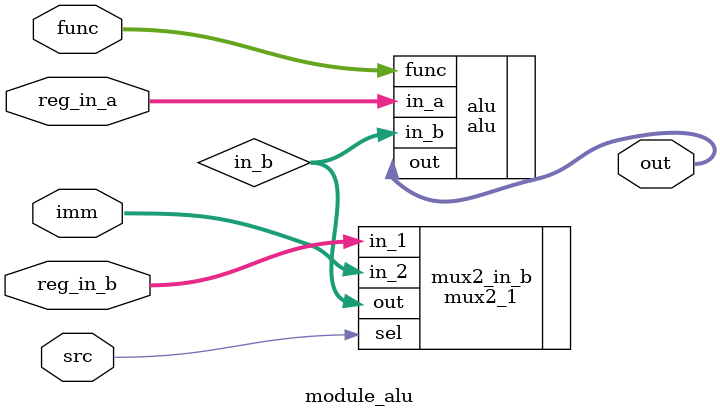
<source format=v>
module module_alu (input             src, 
                   input  [3:0]  func,
                   input  [31:0] reg_in_a, reg_in_b, imm,
                   output [31:0] out);
    
    wire [31:0] in_b;

    mux2_1 mux2_in_b (
        .in_1(reg_in_b),
        .in_2(imm),
        .sel(src),
        .out(in_b)
    );

    alu alu (
        .in_a(reg_in_a),
        .in_b(in_b),
        .func(func),
        .out(out)
    );

endmodule

</source>
